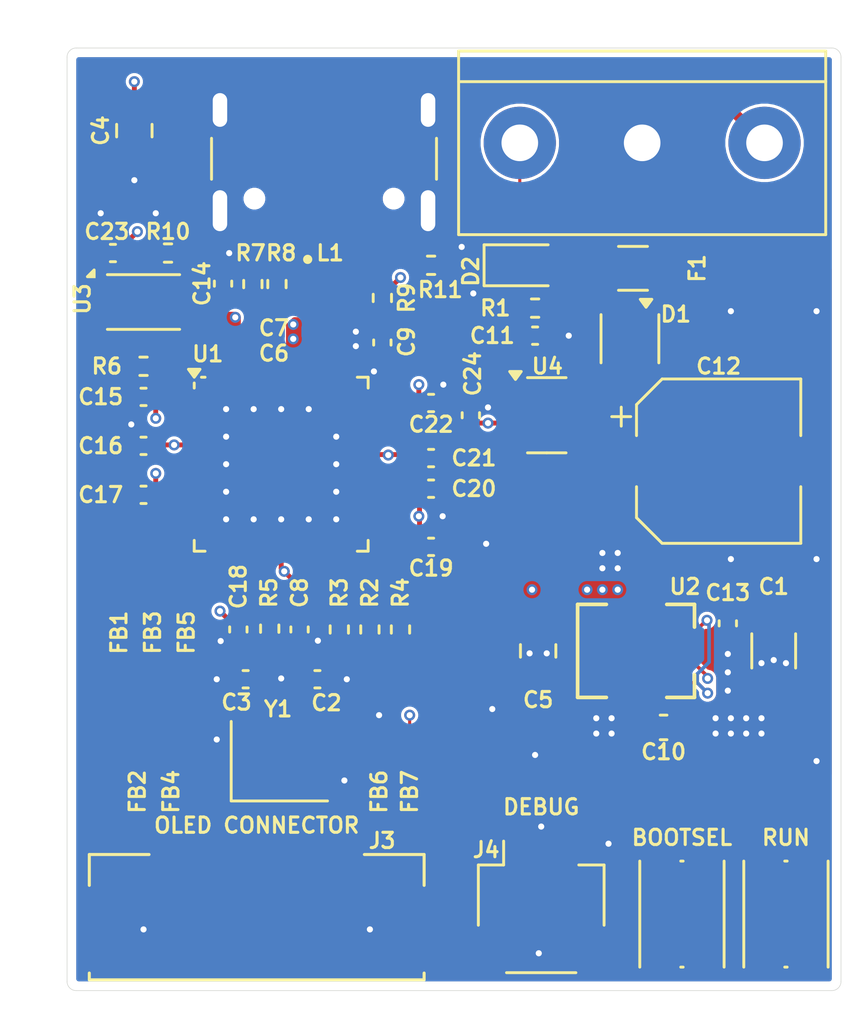
<source format=kicad_pcb>
(kicad_pcb (version 20241229) (generator "pcbnew") (generator_version "9.0")
  (title_block (title "RP2350A QFN-60 Minimal Design Example") (date "2024-07-04") (rev "REV3") (company "Raspberry Pi Ltd"))
  (layers (0 "F.Cu" signal) (4 "In1.Cu" signal) (6 "In2.Cu" signal) (2 "B.Cu" signal) (13 "F.Paste" user) (15 "B.Paste" user) (5 "F.SilkS" user "F.Silkscreen") (7 "B.SilkS" user "B.Silkscreen") (1 "F.Mask" user) (3 "B.Mask" user) (25 "Edge.Cuts" user))
  (net 0 "")
  (net 1 "GND")
  (net 2 "VBUS")
  (net 3 "XIN")
  (net 4 "Net-(U1-VREG_AVDD)")
  (net 5 "+3V3")
  (net 6 "+1V1")
  (net 7 "Net-(U1-VREG_LX)")
  (net 8 "XOUT")
  (net 9 "RUN")
  (net 10 "Net-(R6-Pad2)")
  (net 11 "Net-(U1-USB_DP)")
  (net 12 "Net-(U1-USB_DM)")
  (net 31 "Net-(C2-Pad1)")
  (net 33 "Net-(J4-Pin_3)")
  (net 35 "Net-(U2-RT)")
  (net 36 "Net-(D1-K)")
  (net 37 "+12V")
  (net 42 "Net-(C11-Pad1)")
  (net 43 "CANH")
  (net 44 "/3F_GND")
  (net 45 "/3F_SCK")
  (net 46 "/3F_MOSI")
  (net 47 "/3F_OLED_DC")
  (net 48 "/3F_OLED_RST")
  (net 49 "/3F_CS_OLED")
  (net 50 "OLED_SCK")
  (net 51 "OLED_TX")
  (net 52 "OLED_DC")
  (net 53 "OLED_RST")
  (net 54 "OLED_CS")
  (net 55 "GMLAN_CAN_TX")
  (net 56 "GMLAN_CAN_RX")
  (net 61 "Net-(J4-Pin_1)")
  (net 62 "Net-(R4-Pad2)")
  (net 63 "/3F_3V3")
  (net 65 "Net-(J1-CC2)")
  (net 66 "USB_D-")
  (net 68 "Net-(J1-CC1)")
  (net 69 "USB_D+")
  (net 70 "QSPI_SS")
  (net 71 "SWD")
  (net 72 "SWCLK")
  (net 73 "QSPI_SD3")
  (net 74 "QSPI_SD2")
  (net 75 "QSPI_SD0")
  (net 76 "QSPI_SD1")
  (net 77 "QSPI_SCLK")
  (net 79 "Net-(D1-A-Pad1)")
  (footprint "Capacitor_SMD:C_0805_2012Metric" (layer "F.Cu") (at 110.744 107.823 -90)
    (property "Reference" "C5")
    (property "Value" "10uF")
  )
  (footprint "Connector_USB:USB_C_Receptacle_GCT_USB4105-xx-A_16P_TopMnt_Horizontal" (layer "F.Cu") (at 101.854 86.451 180)
    (property "Reference" "J1" (hide yes))
    (property "Value" "USB_C_Receptacle_USB2.0_16P" (hide yes))
  )
  (footprint "Capacitor_SMD:C_0402_1005Metric" (layer "F.Cu") (at 94.361 101.346 180)
    (property "Reference" "C17")
    (property "Value" "100nF")
  )
  (footprint "Capacitor_SMD:C_0402_1005Metric" (layer "F.Cu") (at 93.091 91.313 180)
    (property "Reference" "C23")
    (property "Value" "100nF")
  )
  (footprint "RP2350_60QFN_minimal:QFN-FCMOD_TI_11B" (layer "F.Cu") (at 114.808 107.823 -90)
    (property "Reference" "U2")
    (property "Value" "TLVM365R15RDNR")
  )
  (footprint "Package_SON:Winbond_USON-8-1EP_3x2mm_P0.5mm_EP0.2x1.6mm" (layer "F.Cu") (at 94.361 93.345)
    (property "Reference" "U3")
    (property "Value" "W25Q32RVXHJQ")
  )
  (footprint "Capacitor_SMD:C_0402_1005Metric" (layer "F.Cu") (at 97.663 92.583 90)
    (property "Reference" "C14")
    (property "Value" "100nF")
  )
  (footprint "Capacitor_SMD:C_0402_1005Metric" (layer "F.Cu") (at 106.299 101.092)
    (property "Reference" "C20")
    (property "Value" "100nF")
  )
  (footprint "Capacitor_SMD:C_0402_1005Metric" (layer "F.Cu") (at 106.299 103.505)
    (property "Reference" "C19")
    (property "Value" "100nF")
  )
  (footprint "Resistor_SMD:R_0402_1005Metric" (layer "F.Cu") (at 98.9 92.6 -90)
    (property "Reference" "R7")
    (property "Value" "27R")
  )
  (footprint "Capacitor_SMD:C_1206_3216Metric" (layer "F.Cu") (at 120.523 107.823 -90)
    (property "Reference" "C1")
    (property "Value" "2.2µF")
  )
  (footprint "Capacitor_SMD:C_0402_1005Metric" (layer "F.Cu") (at 94.361 97.282 180)
    (property "Reference" "C15")
    (property "Value" "100nF")
  )
  (footprint "Resistor_SMD:R_0402_1005Metric" (layer "F.Cu") (at 99.9 92.6 -90)
    (property "Reference" "R8")
    (property "Value" "27R")
  )
  (footprint "Capacitor_SMD:C_0402_1005Metric" (layer "F.Cu") (at 106.299 97.536)
    (property "Reference" "C22")
    (property "Value" "100nF")
  )
  (footprint "Capacitor_SMD:C_0805_2012Metric" (layer "F.Cu") (at 93.98 86.233 -90)
    (property "Reference" "C4")
    (property "Value" "10uF")
  )
  (footprint "RP2350_60QFN_minimal:C_0402_1005Metric_small_pads" (layer "F.Cu") (at 102.076 94.526)
    (property "Reference" "C7")
    (property "Value" "4.7uF")
  )
  (footprint "Capacitor_SMD:C_0402_1005Metric" (layer "F.Cu") (at 107.95 98.044 90)
    (property "Reference" "C24")
    (property "Value" "100nF")
  )
  (footprint "RP2350_60QFN_minimal:L_pol_2016" (layer "F.Cu") (at 102.076 92.876)
    (property "Reference" "L1")
    (property "Value" "3.3u")
  )
  (footprint "Capacitor_SMD:C_0402_1005Metric" (layer "F.Cu") (at 104.276 95.026 -90)
    (property "Reference" "C9")
    (property "Value" "4.7uF")
  )
  (footprint "RP2350_60QFN_minimal:CON_532610771_MOD" (layer "F.Cu") (at 99.06 118.8812)
    (property "Reference" "J3")
    (property "Value" "PicoBlade F 1x7" (hide yes))
  )
  (footprint "Resistor_SMD:R_0402_1005Metric" (layer "F.Cu") (at 103.759 106.934 90)
    (property "Reference" "R2")
    (property "Value" "100R")
  )
  (footprint "Resistor_SMD:R_0402_1005Metric" (layer "F.Cu") (at 105.029 106.934 -90)
    (property "Reference" "R4")
    (property "Value" "1K")
  )
  (footprint "Package_SON:HUSON-3-1EP_2x2mm_P1.3mm_EP1.1x1.6mm" (layer "F.Cu") (at 114.554 94.869 -90)
    (property "Reference" "D1")
    (property "Value" "PMEG4010CPA,115")
  )
  (footprint "Fuse:Fuse_1206_3216Metric" (layer "F.Cu") (at 114.681 91.948 180)
    (property "Reference" "F1")
    (property "Value" "Polyfuse")
  )
  (footprint "Button_Switch_SMD:SW_Push_1P1T_NO_Vertical_Wuerth_434133025816" (layer "F.Cu") (at 116.713 118.745 -90)
    (property "Reference" "SW1" (hide yes))
    (property "Value" "SW_Push")
  )
  (footprint "Inductor_SMD:L_0402_1005Metric" (layer "F.Cu") (at 94.742 108.943 90)
    (property "Reference" "FB3")
    (property "Value" "120X")
  )
  (footprint "Package_TO_SOT_SMD:TSOT-23-8" (layer "F.Cu") (at 111.101999 98.044)
    (property "Reference" "U4")
    (property "Value" "TCAN332")
  )
  (footprint "Connector_JST:JST_SH_SM03B-SRSS-TB_1x03-1MP_P1.00mm_Horizontal" (layer "F.Cu") (at 110.871 118.491)
    (property "Reference" "J4")
    (property "Value" "SM03B-SRSS-TB")
  )
  (footprint "Resistor_SMD:R_0402_1005Metric" (layer "F.Cu") (at 104.276 93.176 -90)
    (property "Reference" "R9")
    (property "Value" "33R")
  )
  (footprint "Inductor_SMD:L_0402_1005Metric" (layer "F.Cu") (at 93.345 108.966 90)
    (property "Reference" "FB1")
    (property "Value" "120X")
  )
  (footprint "Crystal:Crystal_SMD_3225-4Pin_3.2x2.5mm" (layer "F.Cu") (at 100 112.4)
    (property "Reference" "Y1")
    (property "Value" "ABM8-272-T3")
  )
  (footprint "Inductor_SMD:L_0402_1005Metric" (layer "F.Cu") (at 104.14 111.76 90)
    (property "Reference" "FB6")
    (property "Value" "120X")
  )
  (footprint "Resistor_SMD:R_0402_1005Metric" (layer "F.Cu") (at 99.6 106.9 -90)
    (property "Reference" "R5")
    (property "Value" "1K")
  )
  (footprint "Resistor_SMD:R_0402_1005Metric" (layer "F.Cu") (at 102.489 106.934 -90)
    (property "Reference" "R3")
    (property "Value" "100R")
  )
  (footprint "Resistor_SMD:R_0402_1005Metric" (layer "F.Cu") (at 110.617 93.599)
    (property "Reference" "R1")
    (property "Value" "100R")
  )
  (footprint "Capacitor_SMD:C_0402_1005Metric" (layer "F.Cu") (at 100.838 106.934 -90)
    (property "Reference" "C8")
    (property "Value" "4.7uF")
  )
  (footprint "Capacitor_SMD:C_0603_1608Metric" (layer "F.Cu") (at 115.951 110.998 180)
    (property "Reference" "C10")
    (property "Value" "1µF")
  )
  (footprint "RP2350_60QFN_minimal:TerminalBlock_3P" (layer "F.Cu") (at 120.142 86.741 180)
    (property "Reference" "J2" (hide yes))
    (property "Value" "Screw_Terminal_01x03")
  )
  (footprint "Capacitor_SMD:C_0402_1005Metric" (layer "F.Cu") (at 98.6 109 180)
    (property "Reference" "C3")
    (property "Value" "10pF")
  )
  (footprint "Capacitor_SMD:C_0402_1005Metric" (layer "F.Cu") (at 118.618 106.68 -90)
    (property "Reference" "C13")
    (property "Value" "100nF")
  )
  (footprint "Capacitor_SMD:C_0402_1005Metric" (layer "F.Cu") (at 110.617 94.742)
    (property "Reference" "C11")
    (property "Value" "560pf")
  )
  (footprint "Package_DFN_QFN:QFN-60-1EP_7x7mm_P0.4mm_EP3.4x3.4mm" (layer "F.Cu") (at 100.076 100.076)
    (property "Reference" "U1")
    (property "Value" "RP2350_60QFN")
  )
  (footprint "Capacitor_SMD:C_0402_1005Metric" (layer "F.Cu") (at 94.361 99.314 180)
    (property "Reference" "C16")
    (property "Value" "100nF")
  )
  (footprint "Resistor_SMD:R_0402_1005Metric" (layer "F.Cu") (at 94.361 96.012 180)
    (property "Reference" "R6")
    (property "Value" "1K")
  )
  (footprint "Capacitor_SMD:C_0402_1005Metric" (layer "F.Cu") (at 98.298 106.934 -90)
    (property "Reference" "C18")
    (property "Value" "100nF")
  )
  (footprint "Diode_SMD:D_SOD-323" (layer "F.Cu") (at 110.109 91.821)
    (property "Reference" "D2")
    (property "Value" "DESD1LIN2WSQ-7")
  )
  (footprint "RP2350_60QFN_minimal:C_0402_1005Metric_small_pads" (layer "F.Cu") (at 102.076 95.476)
    (property "Reference" "C6")
    (property "Value" "4.7uF")
  )
  (footprint "Button_Switch_SMD:SW_Push_1P1T_NO_Vertical_Wuerth_434133025816" (layer "F.Cu") (at 121.031 118.745 -90)
    (property "Reference" "SW2" (hide yes))
    (property "Value" "SW_Push")
  )
  (footprint "Resistor_SMD:R_0402_1005Metric" (layer "F.Cu") (at 95.377 91.313 180)
    (property "Reference" "R10")
    (property "Value" "5K1")
  )
  (footprint "Capacitor_SMD:C_0402_1005Metric" (layer "F.Cu") (at 106.299 99.822)
    (property "Reference" "C21")
    (property "Value" "100nF")
  )
  (footprint "Inductor_SMD:L_0402_1005Metric" (layer "F.Cu") (at 94.107 111.76 90)
    (property "Reference" "FB2")
    (property "Value" "120X")
  )
  (footprint "Capacitor_SMD:CP_Elec_6.3x7.7" (layer "F.Cu") (at 118.237 99.949)
    (property "Reference" "C12")
    (property "Value" "100uF")
  )
  (footprint "Resistor_SMD:R_0402_1005Metric" (layer "F.Cu") (at 106.299 91.821)
    (property "Reference" "R11")
    (property "Value" "5K1")
  )
  (footprint "Inductor_SMD:L_0402_1005Metric" (layer "F.Cu") (at 96.139 108.966 90)
    (property "Reference" "FB5")
    (property "Value" "120X")
  )
  (footprint "Inductor_SMD:L_0402_1005Metric" (layer "F.Cu") (at 105.41 111.76 90)
    (property "Reference" "FB7")
    (property "Value" "120X")
  )
  (footprint "Inductor_SMD:L_0402_1005Metric" (layer "F.Cu") (at 95.504 111.76 90)
    (property "Reference" "FB4")
    (property "Value" "120X")
  )
  (footprint "Capacitor_SMD:C_0402_1005Metric" (layer "F.Cu") (at 101.58 109)
    (property "Reference" "C2")
    (property "Value" "10pF")
  )
  (gr_line (start 122.936 121.92) (end 91.567 121.92) (stroke (width 0.0254)) (layer "Edge.Cuts"))
  (gr_line (start 123.317 83.185) (end 123.317 121.539) (stroke (width 0.0254)) (layer "Edge.Cuts"))
  (gr_line (start 91.567 82.804) (end 122.936 82.804) (stroke (width 0.0254)) (layer "Edge.Cuts"))
  (gr_line (start 91.186 121.539) (end 91.186 83.185) (stroke (width 0.0254)) (layer "Edge.Cuts"))
  (gr_arc (start 91.567 121.92) (mid 91.297592 121.808408) (end 91.186 121.539) (stroke (width 0.0254)) (layer "Edge.Cuts"))
  (gr_arc (start 123.317 121.539) (mid 123.205408 121.808408) (end 122.936 121.92) (stroke (width 0.0254)) (layer "Edge.Cuts"))
  (gr_arc (start 91.186 83.185) (mid 91.297592 82.915592) (end 91.567 82.804) (stroke (width 0.0254)) (layer "Edge.Cuts"))
  (gr_arc (start 122.936 82.804) (mid 123.205408 82.915592) (end 123.317 83.185) (stroke (width 0.0254)) (layer "Edge.Cuts"))
  (gr_text "BOOTSEL" (at 116.713 115.57 0) (layer "F.SilkS") (effects (font (size 0.635 0.635) (thickness 0.127) (bold yes))))
  (gr_text "OLED CONNECTOR" (at 99.06 115.062 0) (layer "F.SilkS") (effects (font (size 0.635 0.635) (thickness 0.127) (bold yes))))
  (gr_text "RUN" (at 121.031 115.57 0) (layer "F.SilkS") (effects (font (size 0.635 0.635) (thickness 0.127) (bold yes))))
  (gr_text "DEBUG" (at 110.871 114.3 0) (layer "F.SilkS") (effects (font (size 0.635 0.635) (thickness 0.127) (bold yes))))
  (segment (start 102.476 95.591) (end 102.591 95.476) (width 0.2032) (layer "F.Cu") (net 1))
  (segment (start 114.7572 104.394) (end 114.046 104.394) (width 0.2032) (layer "F.Cu") (net 1))
  (segment (start 108.6612 97.719) (end 108.105 97.719) (width 0.2032) (layer "F.Cu") (net 1))
  (segment (start 106.779 99.822) (end 106.779 101.092) (width 0.2032) (layer "F.Cu") (net 1))
  (segment (start 103.176 95.176) (end 103.176 94.576) (width 0.2032) (layer "F.Cu") (net 1))
  (segment (start 119.077 109.298) (end 118.618 108.839) (width 0.2032) (layer "F.Cu") (net 1))
  (segment (start 110.6932 120.3706) (end 110.6886 120.366) (width 0.2032) (layer "F.Cu") (net 1))
  (segment (start 93.853 98.425) (end 93.853 97.31) (width 0.2032) (layer "F.Cu") (net 1))
  (segment (start 115.075937 110.897937) (end 115.075937 107.859087) (width 0.2032) (layer "F.Cu") (net 1))
  (segment (start 98.12 109) (end 97.4 109) (width 0.2) (layer "F.Cu") (net 1))
  (segment (start 120.523 109.298) (end 119.077 109.298) (width 0.2032) (layer "F.Cu") (net 1))
  (segment (start 112.395 107.823) (end 111.445 108.773) (width 0.2032) (layer "F.Cu") (net 1))
  (segment (start 102.641 94.576) (end 102.591 94.526) (width 0.2032) (layer "F.Cu") (net 1))
  (segment (start 106.779 97.536) (end 106.779 96.802) (width 0.2032) (layer "F.Cu") (net 1))
  (segment (start 115.062 86.741) (end 120.937 92.616) (width 0.4064) (layer "F.Cu") (net 1))
  (segment (start 102.8 109) (end 102.08 109) (width 0.15) (layer "F.Cu") (net 1))
  (segment (start 111.577 98.369) (end 112.239499 98.369) (width 0.2032) (layer "F.Cu") (net 1))
  (segment (start 110.7694 120.3706) (end 110.774 120.366) (width 0.2032) (layer "F.Cu") (net 1))
  (segment (start 97.663 92.103) (end 97.663 91.5706) (width 0.2032) (layer "F.Cu") (net 1))
  (segment (start 105.054 90.131) (end 106.174 90.131) (width 0.2032) (layer "F.Cu") (net 1))
  (segment (start 115.075937 107.859087) (end 115.075937 104.712737) (width 0.2032) (layer "F.Cu") (net 1))
  (segment (start 98.654 90.131) (end 97.536 90.131) (width 0.2032) (layer "F.Cu") (net 1))
  (segment (start 105.36 119.371999) (end 103.767001 119.371999) (width 0.2032) (layer "F.Cu") (net 1))
  (segment (start 101.6 107.4) (end 100.852 107.4) (width 0.2032) (layer "F.Cu") (net 1))
  (segment (start 94.867 89.791) (end 94.867 91.313) (width 0.2032) (layer "F.Cu") (net 1))
  (segment (start 103.767001 119.371999) (end 103.759 119.38) (width 0.2032) (layer "F.Cu") (net 1))
  (segment (start 109.964499 97.719) (end 110.927 97.719) (width 0.2032) (layer "F.Cu") (net 1))
  (segment (start 107.569 91.061) (end 106.809 91.821) (width 0.2032) (layer "F.Cu") (net 1))
  (segment (start 102.591 95.476) (end 102.876 95.476) (width 0.2032) (layer "F.Cu") (net 1))
  (segment (start 94.869 89.662) (end 94.869 89.789) (width 0.2032) (layer "F.Cu") (net 1))
  (segment (start 110.774 120.366) (end 113.171 120.366) (width 0.2032) (layer "F.Cu") (net 1))
  (segment (start 116.4147 107.823) (end 115.03985 107.823) (width 0.2032) (layer "F.Cu") (net 1))
  (segment (start 110.871 116.491) (end 110.871 115.1128) (width 0.2032) (layer "F.Cu") (net 1))
  (segment (start 120.937 92.616) (end 120.937 99.949) (width 0.4064) (layer "F.Cu") (net 1))
  (segment (start 97.564 107.414) (end 98.298 107.414) (width 0.2032) (layer "F.Cu") (net 1))
  (segment (start 110.7694 120.3706) (end 110.6932 120.3706) (width 0.2032) (layer "F.Cu") (net 1))
  (segment (start 108.0516 92.9894) (end 109.059 91.982) (width 0.2032) (layer "F.Cu") (net 1))
  (segment (start 117.788 120.82) (end 117.788 116.67) (width 0.2032) (layer "F.Cu") (net 1))
  (segment (start 97.536 90.131) (end 97.536 89.558) (width 0.2032) (layer "F.Cu") (net 1))
  (segment (start 103.176 94.576) (end 102.641 94.576) (width 0.2032) (layer "F.Cu") (net 1))
  (segment (start 97.536 89.558) (end 97.534 89.556) (width 0.2032) (layer "F.Cu") (net 1))
  (segment (start 110.927 97.719) (end 111.577 98.369) (width 0.2032) (layer "F.Cu") (net 1))
  (segment (start 120.937 99.949) (end 121.92 100.932) (width 0.4064) (layer "F.Cu") (net 1))
  (segment (start 106.174 90.131) (end 106.174 89.556) (width 0.2032) (layer "F.Cu") (net 1))
  (segment (start 106.779 102.235) (end 106.779 103.505) (width 0.2032) (layer "F.Cu") (net 1))
  (segment (start 104.276 95.506) (end 104.276 95.876) (width 0.4) (layer "F.Cu") (net 1))
  (segment (start 111.445 108.773) (end 110.744 108.773) (width 0.2032) (layer "F.Cu") (net 1))
  (segment (start 102.876 95.476) (end 103.176 95.176) (width 0.2032) (layer "F.Cu") (net 1))
  (segment (start 118.618 108.839) (end 118.618 107.16) (width 0.2032) (layer "F.Cu") (net 1))
  (segment (start 107.569 91.059) (end 107.569 91.061) (width 0.2032) (layer "F.Cu") (net 1))
  (segment (start 93.853 98.425) (end 93.853 99.286) (width 0.2032) (layer "F.Cu") (net 1))
  (segment (start 92.583 89.662) (end 92.611 89.69) (width 0.2032) (layer "F.Cu") (net 1))
  (segment (start 110.6886 120.366) (end 108.571 120.366) (width 0.2032) (layer "F.Cu") (net 1))
  (segment (start 93.7768 91.9988) (end 93.2968 91.9988) (width 0.2032) (layer "F.Cu") (net 1))
  (segment (start 108.105 97.719) (end 107.95 97.564) (width 0.2032) (layer "F.Cu") (net 1))
  (segment (start 106.779 101.092) (end 106.779 102.235) (width 0.2032) (layer "F.Cu") (net 1))
  (segment (start 94.361 92.583) (end 93.7768 91.9988) (width 0.2032) (layer "F.Cu") (net 1))
  (segment (start 93.853 99.286) (end 93.881 99.314) (width 0.2032) (layer "F.Cu") (net 1))
  (segment (start 117.788 116.67) (end 117.788 115.824) (width 0.2032) (layer "F.Cu") (net 1))
  (segment (start 121.461 109.298) (end 120.523 109.298) (width 0.4064) (layer "F.Cu") (net 1))
  (segment (start 94.869 89.789) (end 94.867 89.791) (width 0.2032) (layer "F.Cu") (net 1))
  (segment (start 93.2968 91.9988) (end 92.611 91.313) (width 0.2032) (layer "F.Cu") (net 1))
  (segment (start 121.92 108.839) (end 121.461 109.298) (width 0.4064) (layer "F.Cu") (net 1))
  (segment (start 119.956 115.9936) (end 119.7864 115.824) (width 0.2032) (layer "F.Cu") (net 1))
  (segment (start 94.352999 119.371999) (end 94.361 119.38) (width 0.2032) (layer "F.Cu") (net 1))
  (segment (start 94.361 94.095) (end 94.361 92.583) (width 0.2032) (layer "F.Cu") (net 1))
  (segment (start 117.86185 107.16) (end 118.618 107.16) (width 0.2032) (layer "F.Cu") (net 1))
  (segment (start 117.788 115.824) (end 113.665 115.824) (width 0.2032) (layer "F.Cu") (net 1))
  (segment (start 115.176 110.998) (end 115.075937 110.897937) (width 0.2032) (layer "F.Cu") (net 1))
  (segment (start 115.03985 107.823) (end 112.395 107.823) (width 0.2032) (layer "F.Cu") (net 1))
  (segment (start 109.059 91.982) (end 109.059 91.821) (width 0.2032) (layer "F.Cu") (net 1))
  (segment (start 93.881 99.314) (end 93.881 101.346) (width 0.2032) (layer "F.Cu") (net 1))
  (segment (start 119.956 120.795) (end 119.956 116.67) (width 0.2032) (layer "F.Cu") (net 1))
  (segment (start 104.14 111.275) (end 104.14 110.49) (width 0.127) (layer "F.Cu") (net 1))
  (segment (start 116.4147 107.823) (end 117.19885 107.823) (width 0.2032) (layer "F.Cu") (net 1))
  (segment (start 92.8852 94.095) (end 94.361 94.095) (width 0.2032) (layer "F.Cu") (net 1))
  (segment (start 115.075937 107.859087) (end 115.03985 107.823) (width 0.2032) (layer "F.Cu") (net 1))
  (segment (start 119.7864 115.824) (end 117.788 115.824) (width 0.2032) (layer "F.Cu") (net 1))
  (segment (start 92.611 89.69) (end 92.611 91.313) (width 0.2032) (layer "F.Cu") (net 1))
  (segment (start 117.19885 107.823) (end 117.86185 107.16) (width 0.2032) (layer "F.Cu") (net 1))
  (segment (start 100.852 107.4) (end 100.838 107.414) (width 0.2032) (layer "F.Cu") (net 1))
  (segment (start 104.276 95.876) (end 103.926 96.226) (width 0.4) (layer "F.Cu") (net 1))
  (segment (start 109.964499 97.719) (end 108.6612 97.719) (width 0.2032) (layer "F.Cu") (net 1))
  (segment (start 106.779 96.802) (end 106.807 96.774) (width 0.2032) (layer "F.Cu") (net 1))
  (segment (start 102.476 96.626) (end 102.476 95.591) (width 0.2032) (layer "F.Cu") (net 1))
  (segment (start 111.097 94.742) (end 112.014 94.742) (width 0.2032) (layer "F.Cu") (net 1))
  (segment (start 93.98 87.183) (end 93.98 88.2904) (width 0.2032) (layer "F.Cu") (net 1))
  (segment (start 119.956 116.67) (end 119.956 115.9936) (width 0.2032) (layer "F.Cu") (net 1))
  (segment (start 121.92 100.932) (end 121.92 108.839) (width 0.4064) (layer "F.Cu") (net 1))
  (segment (start 93.853 97.31) (end 93.881 97.282) (width 0.2032) (layer "F.Cu") (net 1))
  (segment (start 92.76 119.371999) (end 94.352999 119.371999) (width 0.2032) (layer "F.Cu") (net 1))
  (segment (start 97.663 91.5706) (end 97.917 91.3166) (width 0.2032) (layer "F.Cu") (net 1))
  (segment (start 115.075937 104.712737) (end 114.7572 104.394) (width 0.2032) (layer "F.Cu") (net 1))
  (via (at 97.4 111.5) (size 0.4572) (drill 0.254) (layers "F.Cu" "B.Cu") (net 1))
  (via (at 97.79 101.219) (size 0.4572) (drill 0.254) (layers "F.Cu" "B.Cu") (net 1))
  (via (at 103.176 95.176) (size 0.4572) (drill 0.254) (layers "F.Cu" "B.Cu") (net 1))
  (via (at 97.917 91.3166) (size 0.4572) (drill 0.254) (layers "F.Cu" "B.Cu") (net 1))
  (via (at 113.665 115.824) (size 0.4572) (drill 0.254) (layers "F.Cu" "B.Cu") (net 1))
  (via (at 106.807 96.774) (size 0.4572) (drill 0.254) (layers "F.Cu" "B.Cu") (net 1))
  (via (at 102.362 100.076) (size 0.4572) (drill 0.254) (layers "F.Cu" "B.Cu") (net 1))
  (via (at 97.564 107.414) (size 0.4572) (drill 0.254) (layers "F.Cu" "B.Cu") (net 1))
  (via (at 103.759 119.38) (size 0.4572) (drill 0.254) (layers "F.Cu" "B.Cu") (net 1))
  (via (at 118.11 110.617) (size 0.4572) (drill 0.254) (layers "F.Cu" "B.Cu") (net 1))
  (via (at 118.745 111.252) (size 0.4572) (drill 0.254) (layers "F.Cu" "B.Cu") (net 1))
  (via (at 104.14 110.49) (size 0.4572) (drill 0.254) (layers "F.Cu" "B.Cu") (net 1))
  (via (at 110.871 115.1128) (size 0.4572) (drill 0.254) (layers "F.Cu" "B.Cu") (net 1))
  (via (at 98.933 102.362) (size 0.4572) (drill 0.254) (layers "F.Cu" "B.Cu") (net 1))
  (via (at 114.046 104.394) (size 0.4572) (drill 0.254) (layers "F.Cu" "B.Cu") (net 1))
  (via (at 118.618 109.474) (size 0.4572) (drill 0.254) (layers "F.Cu" "B.Cu") (net 1))
  (via (at 108.6612 97.719) (size 0.4572) (drill 0.254) (layers "F.Cu" "B.Cu") (net 1))
  (via (at 118.745 104.013) (size 0.4572) (drill 0.254) (layers "F.Cu" "B.Cu") (net 1))
  (via (at 101.219 97.79) (size 0.4572) (drill 0.254) (layers "F.Cu" "B.Cu") (net 1))
  (via (at 98.933 97.79) (size 0.4572) (drill 0.254) (layers "F.Cu" "B.Cu") (net 1))
  (via (at 108.0516 92.9894) (size 0.4572) (drill 0.254) (layers "F.Cu" "B.Cu") (net 1))
  (via (at 118.745 93.726) (size 0.4572) (drill 0.254) (layers "F.Cu" "B.Cu") (net 1))
  (via (at 110.617 112.141) (size 0.4572) (drill 0.254) (layers "F.Cu" "B.Cu") (net 1))
  (via (at 108.585 103.378) (size 0.4572) (drill 0.254) (layers "F.Cu" "B.Cu") (net 1))
  (via (at 118.745 110.617) (size 0.4572) (drill 0.254) (layers "F.Cu" "B.Cu") (net 1))
  (via (at 113.157 110.617) (size 0.4572) (drill 0.254) (layers "F.Cu" "B.Cu") (net 1))
  (via (at 101.6 107.4) (size 0.4572) (drill 0.254) (layers "F.Cu" "B.Cu") (net 1))
  (via (at 92.583 89.662) (size 0.4572) (drill 0.254) (layers "F.Cu" "B.Cu") (net 1))
  (via (at 120.015 108.331) (size 0.4572) (drill 0.254) (layers "F.Cu" "B.Cu") (net 1))
  (via (at 110.3884 107.9246) (size 0.4572) (drill 0.254) (layers "F.Cu" "B.Cu") (net 1))
  (via (at 94.361 119.38) (size 0.4572) (drill 0.254) (layers "F.Cu" "B.Cu") (net 1))
  (via (at 118.618 108.712) (size 0.4572) (drill 0.254) (layers "F.Cu" "B.Cu") (net 1))
  (via (at 113.157 111.252) (size 0.4572) (drill 0.254) (layers "F.Cu" "B.Cu") (net 1))
  (via (at 110.7694 120.3706) (size 0.4572) (drill 0.254) (layers "F.Cu" "B.Cu") (net 1))
  (via (at 102.362 101.219) (size 0.4572) (drill 0.254) (layers "F.Cu" "B.Cu") (net 1))
  (via (at 93.853 98.425) (size 0.4572) (drill 0.254) (layers "F.Cu" "B.Cu") (net 1))
  (via (at 94.869 89.662) (size 0.4572) (drill 0.254) (layers "F.Cu" "B.Cu") (net 1))
  (via (at 100.076 97.79) (size 0.4572) (drill 0.254) (layers "F.Cu" "B.Cu") (net 1))
  (via (at 122.301 112.395) (size 0.4572) (drill 0.254) (layers "F.Cu" "B.Cu") (net 1))
  (via (at 114.046 103.759) (size 0.4572) (drill 0.254) (layers "F.Cu" "B.Cu") (net 1))
  (via (at 120.015 111.252) (size 0.4572) (drill 0.254) (layers "F.Cu" "B.Cu") (net 1))
  (via (at 97.79 97.79) (size 0.4572) (drill 0.254) (layers "F.Cu" "B.Cu") (net 1))
  (via (at 101.219 102.362) (size 0.4572) (drill 0.254) (layers "F.Cu" "B.Cu") (net 1))
  (via (at 102.8 109) (size 0.4572) (drill 0.254) (layers "F.Cu" "B.Cu") (net 1))
  (via (at 106.779 102.235) (size 0.4572) (drill 0.254) (layers "F.Cu" "B.Cu") (net 1))
  (via (at 103.926 96.226) (size 0.4572) (drill 0.254) (layers "F.Cu" "B.Cu") (net 1))
  (via (at 122.301 93.726) (size 0.4572) (drill 0.254) (layers "F.Cu" "B.Cu") (net 1))
  (via (at 118.11 111.252) (size 0.4572) (drill 0.254) (layers "F.Cu" "B.Cu") (net 1))
  (via (at 111.0996 107.9246) (size 0.4572) (drill 0.254) (layers "F.Cu" "B.Cu") (net 1))
  (via (at 119.38 111.252) (size 0.4572) (drill 0.254) (layers "F.Cu" "B.Cu") (net 1))
  (via (at 119.38 110.617) (size 0.4572) (drill 0.254) (layers "F.Cu" "B.Cu") (net 1))
  (via (at 120.015 110.617) (size 0.4572) (drill 0.254) (layers "F.Cu" "B.Cu") (net 1))
  (via (at 112.014 94.742) (size 0.4572) (drill 0.254) (layers "F.Cu" "B.Cu") (net 1))
  (via (at 97.79 100.076) (size 0.4572) (drill 0.254) (layers "F.Cu" "B.Cu") (net 1))
  (via (at 102.362 98.933) (size 0.4572) (drill 0.254) (layers "F.Cu" "B.Cu") (net 1))
  (via (at 100.076 108.966) (size 0.4572) (drill 0.254) (layers "F.Cu" "B.Cu") (net 1))
  (via (at 102.7 113.2) (size 0.4572) (drill 0.254) (layers "F.Cu" "B.Cu") (net 1))
  (via (at 118.618 107.95) (size 0.4572) (drill 0.254) (layers "F.Cu" "B.Cu") (net 1))
  (via (at 97.79 98.933) (size 0.4572) (drill 0.254) (layers "F.Cu" "B.Cu") (net 1))
  (via (at 100.076 102.362) (size 0.4572) (drill 0.254) (layers "F.Cu" "B.Cu") (net 1))
  (via (at 97.79 102.362) (size 0.4572) (drill 0.254) (layers "F.Cu" "B.Cu") (net 1))
  (via (at 103.176 94.576) (size 0.4572) (drill 0.254) (layers "F.Cu" "B.Cu") (net 1))
  (via (at 102.362 102.362) (size 0.4572) (drill 0.254) (layers "F.Cu" "B.Cu") (net 1))
  (via (at 97.4 109) (size 0.4572) (drill 0.254) (layers "F.Cu" "B.Cu") (net 1))
  (via (at 93.98 88.2904) (size 0.4572) (drill 0.254) (layers "F.Cu" "B.Cu") (net 1))
  (via (at 107.569 91.059) (size 0.4572) (drill 0.254) (layers "F.Cu" "B.Cu") (net 1))
  (via (at 121.031 108.331) (size 0.4572) (drill 0.254) (layers "F.Cu" "B.Cu") (net 1))
  (via (at 113.411 104.394) (size 0.4572) (drill 0.254) (layers "F.Cu" "B.Cu") (net 1))
  (via (at 108.839 110.236) (size 0.4572) (drill 0.254) (layers "F.Cu" "B.Cu") (net 1))
  (via (at 113.792 111.252) (size 0.4572) (drill 0.254) (layers "F.Cu" "B.Cu") (net 1))
  (via (at 113.792 110.617) (size 0.4572) (drill 0.254) (layers "F.Cu" "B.Cu") (net 1))
  (via (at 120.523 108.204) (size 0.4572) (drill 0.254) (layers "F.Cu" "B.Cu") (net 1))
  (via (at 122.301 104.013) (size 0.4572) (drill 0.254) (layers "F.Cu" "B.Cu") (net 1))
  (via (at 113.411 103.759) (size 0.4572) (drill 0.254) (layers "F.Cu" "B.Cu") (net 1))
  (segment (start 110.740508 84.9098) (end 109.223492 84.9098) (width 0.4064) (layer "F.Cu") (net 2))
  (segment (start 113.904 94.069) (end 113.5 94.069) (width 0.4064) (layer "F.Cu") (net 2))
  (segment (start 111.8132 92.3822) (end 111.8132 85.982492) (width 0.4064) (layer "F.Cu") (net 2))
  (segment (start 99.454 89.5728) (end 100.1522 88.8746) (width 0.4064) (layer "F.Cu") (net 2))
  (segment (start 104.708593 88.1634) (end 104.0878 88.784193) (width 0.4064) (layer "F.Cu") (net 2))
  (segment (start 104.254 90.131) (end 104.254 89.522) (width 0.4064) (layer "F.Cu") (net 2))
  (segment (start 109.223492 84.9098) (end 105.969892 88.1634) (width 0.4064) (layer "F.Cu") (net 2))
  (segment (start 104.0878 88.784193) (end 104.0878 88.8746) (width 0.4064) (layer "F.Cu") (net 2))
  (segment (start 104.0878 89.3558) (end 104.0878 88.8746) (width 0.4064) (layer "F.Cu") (net 2))
  (segment (start 105.969892 88.1634) (end 104.708593 88.1634) (width 0.4064) (layer "F.Cu") (net 2))
  (segment (start 111.8132 85.982492) (end 110.740508 84.9098) (width 0.4064) (layer "F.Cu") (net 2))
  (segment (start 99.454 90.131) (end 99.454 89.5728) (width 0.4064) (layer "F.Cu") (net 2))
  (segment (start 113.5 94.069) (end 111.8132 92.3822) (width 0.4064) (layer "F.Cu") (net 2))
  (segment (start 100.1522 88.8746) (end 104.0878 88.8746) (width 0.4064) (layer "F.Cu") (net 2))
  (segment (start 104.254 89.522) (end 104.0878 89.3558) (width 0.4064) (layer "F.Cu") (net 2))
  (segment (start 99.08 106.124518) (end 99.08 109) (width 0.127) (layer "F.Cu") (net 3))
  (segment (start 99.276 103.526) (end 99.276 105.928518) (width 0.127) (layer "F.Cu") (net 3))
  (segment (start 99.08 109.113) (end 99.822 109.855) (width 0.127) (layer "F.Cu") (net 3))
  (segment (start 99.822 112.328) (end 98.9 113.25) (width 0.127) (layer "F.Cu") (net 3))
  (segment (start 99.822 109.855) (end 99.822 112.328) (width 0.127) (layer "F.Cu") (net 3))
  (segment (start 99.08 109) (end 99.08 109.113) (width 0.127) (layer "F.Cu") (net 3))
  (segment (start 99.276 105.928518) (end 99.08 106.124518) (width 0.127) (layer "F.Cu") (net 3))
  (segment (start 103.716 95.636) (end 103.716 95.106) (width 0.15) (layer "F.Cu") (net 4))
  (segment (start 104.276 94.546) (end 104.276 93.686) (width 0.2) (layer "F.Cu") (net 4))
  (segment (start 103.716 95.106) (end 104.276 94.546) (width 0.15) (layer "F.Cu") (net 4))
  (segment (start 102.876 96.476) (end 103.716 95.636) (width 0.15) (layer "F.Cu") (net 4))
  (segment (start 102.876 96.6385) (end 102.876 96.476) (width 0.2) (layer "F.Cu") (net 4))
  (segment (start 100.056194 96.271594) (end 99.676 95.8914) (width 0.2032) (layer "F.Cu") (net 5))
  (segment (start 109.964499 98.369) (end 108.6612 98.369) (width 0.2032) (layer "F.Cu") (net 5))
  (segment (start 108.105 98.369) (end 107.95 98.524) (width 0.2032) (layer "F.Cu") (net 5))
  (segment (start 117.7606 108.8706) (end 117.213126 108.323126) (width 0.15) (layer "F.Cu") (net 5))
  (segment (start 94.869 98.171) (end 94.869 97.31) (width 0.2032) (layer "F.Cu") (net 5))
  (segment (start 94.107 90.424) (end 93.571 90.96) (width 0.2032) (layer "F.Cu") (net 5))
  (segment (start 104.254007 100.076) (end 105.270007 101.092) (width 0.2032) (layer "F.Cu") (net 5))
  (segment (start 113.757812 106.794097) (end 113.804903 106.794097) (width 0.15) (layer "F.Cu") (net 5))
  (segment (start 102.876 103.526) (end 105.798 103.526) (width 0.2032) (layer "F.Cu") (net 5))
  (segment (start 105.270007 101.092) (end 105.819 101.092) (width 0.2032) (layer "F.Cu") (net 5))
  (segment (start 98.876 104.832) (end 98.876 103.526) (width 0.2032) (layer "F.Cu") (net 5))
  (segment (start 93.98 84.201) (end 93.98 85.283) (width 0.2032) (layer "F.Cu") (net 5))
  (segment (start 100.204 97.154) (end 100.3066 97.2566) (width 0.2032) (layer "F.Cu") (net 5))
  (segment (start 97.9043 94.1197) (end 98.0313 94.1197) (width 0.2032) (layer "F.Cu") (net 5))
  (segment (start 105.798 103.526) (end 105.819 103.505) (width 0.2032) (layer "F.Cu") (net 5))
  (segment (start 94.841388 92.595) (end 95.786 92.595) (width 0.2032) (layer "F.Cu") (net 5))
  (segment (start 105.029 92.329) (end 104.692 92.666) (width 0.2032) (layer "F.Cu") (net 5))
  (segment (start 100.076 96.626) (end 100.076 97.026) (width 0.2032) (layer "F.Cu") (net 5))
  (segment (start 105.679 97.676) (end 105.819 97.536) (width 0.2032) (layer "F.Cu") (net 5))
  (segment (start 117.7606 108.9468) (end 117.7606 108.8706) (width 0.15) (layer "F.Cu") (net 5))
  (segment (start 101.867 97.676) (end 101.727 97.536) (width 0.2032) (layer "F.Cu") (net 5))
  (segment (start 104.692 92.666) (end 104.276 92.666) (width 0.2032) (layer "F.Cu") (net 5))
  (segment (start 108.6612 98.369) (end 108.105 98.369) (width 0.2032) (layer "F.Cu") (net 5))
  (segment (start 100.076 96.277188) (end 100.070406 96.271594) (width 0.2032) (layer "F.Cu") (net 5))
  (segment (start 94.869 101.318) (end 94.841 101.346) (width 0.2032) (layer "F.Cu") (net 5))
  (segment (start 94.869 100.457) (end 94.869 101.318) (width 0.2032) (layer "F.Cu") (net 5))
  (segment (start 105.791 97.508) (end 105.819 97.536) (width 0.2032) (layer "F.Cu") (net 5))
  (segment (start 100.3066 97.2566) (end 101.5744 97.2566) (width 0.2032) (layer "F.Cu") (net 5))
  (segment (start 101.676 97.485) (end 101.727 97.536) (width 0.2032) (layer "F.Cu") (net 5))
  (segment (start 101.676 96.626) (end 101.676 97.155) (width 0.2032) (layer "F.Cu") (net 5))
  (segment (start 93.571 90.96) (end 93.571 91.313) (width 0.2032) (layer "F.Cu") (net 5))
  (segment (start 101.676 97.155) (end 101.676 97.485) (width 0.2032) (layer "F.Cu") (net 5))
  (segment (start 103.526 97.676) (end 105.679 97.676) (width 0.2032) (layer "F.Cu") (net 5))
  (segment (start 98.0313 94.1197) (end 98.171 93.98) (width 0.2032) (layer "F.Cu") (net 5))
  (segment (start 97.818 106.454) (end 97.536 106.172) (width 0.2032) (layer "F.Cu") (net 5))
  (segment (start 110.744 106.873) (end 113.678909 106.873) (width 0.15) (layer "F.Cu") (net 5))
  (segment (start 113.678909 106.873) (end 113.757812 106.794097) (width 0.15) (layer "F.Cu") (net 5))
  (segment (start 93.571 91.324612) (end 94.841388 92.595) (width 0.2032) (layer "F.Cu") (net 5))
  (segment (start 97.663 93.8784) (end 97.9043 94.1197) (width 0.2032) (layer "F.Cu") (net 5))
  (segment (start 100.076 96.626) (end 99.676 96.626) (width 0.2032) (layer "F.Cu") (net 5))
  (segment (start 98.298 106.454) (end 98.298 105.41) (width 0.2032) (layer "F.Cu") (net 5))
  (segment (start 100.076 96.626) (end 100.076 96.277188) (width 0.2032) (layer "F.Cu") (net 5))
  (segment (start 97.9043 94.1197) (end 99.676 95.8914) (width 0.2032) (layer "F.Cu") (net 5))
  (segment (start 97.663 93.063) (end 97.663 93.8784) (width 0.2032) (layer "F.Cu") (net 5))
  (segment (start 114.046 106.553) (end 114.046 105.283) (width 0.15) (layer "F.Cu") (net 5))
  (segment (start 99.676 95.8914) (end 99.676 96.626) (width 0.2032) (layer "F.Cu") (net 5))
  (segment (start 94.841 101.346) (end 94.911 101.276) (width 0.2032) (layer "F.Cu") (net 5))
  (segment (start 105.819 103.505) (end 105.819 101.092) (width 0.2032) (layer "F.Cu") (net 5))
  (segment (start 94.847 97.276) (end 94.841 97.282) (width 0.2032) (layer "F.Cu") (net 5))
  (segment (start 105.41 111.275) (end 105.41 110.49) (width 0.127) (layer "F.Cu") (net 5))
  (segment (start 103.526 100.076) (end 104.254007 100.076) (width 0.2032) (layer "F.Cu") (net 5))
  (segment (start 98.298 106.454) (end 97.818 106.454) (width 0.2032) (layer "F.Cu") (net 5))
  (segment (start 117.7798 108.966) (end 117.7606 108.9468) (width 0.15) (layer "F.Cu") (net 5))
  (segment (start 105.791 96.774) (end 105.791 97.508) (width 0.2032) (layer "F.Cu") (net 5))
  (segment (start 100.204 97.154) (end 99.676 96.626) (width 0.2032) (layer "F.Cu") (net 5))
  (segment (start 94.911 101.276) (end 96.626 101.276) (width 0.2032) (layer "F.Cu") (net 5))
  (segment (start 93.571 91.313) (end 93.571 91.324612) (width 0.2032) (layer "F.Cu") (net 5))
  (segment (start 113.804903 106.794097) (end 114.046 106.553) (width 0.15) (layer "F.Cu") (net 5))
  (segment (start 98.298 105.41) (end 98.876 104.832) (width 0.2032) (layer "F.Cu") (net 5))
  (segment (start 96.626 97.276) (end 94.847 97.276) (width 0.2032) (layer "F.Cu") (net 5))
  (segment (start 100.070406 96.271594) (end 100.056194 96.271594) (width 0.2032) (layer "F.Cu") (net 5))
  (segment (start 103.526 97.276) (end 103.526 97.676) (width 0.2032) (layer "F.Cu") (net 5))
  (segment (start 100.076 97.026) (end 100.204 97.154) (width 0.2032) (layer "F.Cu") (net 5))
  (segment (start 117.213126 108.323126) (end 116.783 108.323126) (width 0.15) (layer "F.Cu") (net 5))
  (segment (start 103.526 97.676) (end 101.867 97.676) (width 0.2032) (layer "F.Cu") (net 5))
  (segment (start 101.5744 97.2566) (end 101.676 97.155) (width 0.2032) (layer "F.Cu") (net 5))
  (segment (start 94.869 97.31) (end 94.841 97.282) (width 0.2032) (layer "F.Cu") (net 5))
  (via (at 105.029 92.329) (size 0.4572) (drill 0.254) (layers "F.Cu" "B.Cu") (net 5))
  (via (at 110.49 105.283) (size 0.4572) (drill 0.254) (layers "F.Cu" "B.Cu") (net 5))
  (via (at 93.98 84.201) (size 0.4572) (drill 0.254) (layers "F.Cu" "B.Cu") (net 5))
  (via (at 117.7798 108.966) (size 0.4572) (drill 0.254) (layers "F.Cu" "B.Cu") (net 5))
  (via (at 105.791 102.235) (size 0.4572) (drill 0.254) (layers "F.Cu" "B.Cu") (net 5))
  (via (at 94.869 98.171) (size 0.4572) (drill 0.254) (layers "F.Cu" "B.Cu") (net 5))
  (via (at 94.869 100.457) (size 0.4572) (drill 0.254) (layers "F.Cu" "B.Cu") (net 5))
  (via (at 97.536 106.172) (size 0.4572) (drill 0.254) (layers "F.Cu" "B.Cu") (net 5))
  (via (at 94.107 90.424) (size 0.4572) (drill 0.254) (layers "F.Cu" "B.Cu") (net 5))
  (via (at 108.6612 98.369) (size 0.4572) (drill 0.254) (layers "F.Cu" "B.Cu") (net 5))
  (via (at 105.41 110.49) (size 0.4572) (drill 0.254) (layers "F.Cu" "B.Cu") (net 5))
  (via (at 98.171 93.98) (size 0.4572) (drill 0.254) (layers "F.Cu" "B.Cu") (net 5))
  (via (at 112.776 105.283) (size 0.4572) (drill 0.254) (layers "F.Cu" "B.Cu") (net 5))
  (via (at 105.791 96.774) (size 0.4572) (drill 0.254) (layers "F.Cu" "B.Cu") (net 5))
  (via (at 113.411 105.283) (size 0.4572) (drill 0.254) (layers "F.Cu" "B.Cu") (net 5))
  (via (at 114.046 105.283) (size 0.4572) (drill 0.254) (layers "F.Cu" "B.Cu") (net 5))
  (segment (start 100.838 106.454) (end 100.838 105.156) (width 0.2032) (layer "F.Cu") (net 6))
  (segment (start 94.879 99.276) (end 94.841 99.314) (width 0.2032) (layer "F.Cu") (net 6))
  (segment (start 101.276 96.626) (end 101.276 96.057812) (width 0.2032) (layer "F.Cu") (net 6))
  (segment (start 100.576 94.876) (end 100.576 94.276) (width 0.2032) (layer "F.Cu") (net 6))
  (segment (start 101.561 94.526) (end 101.561 93.061) (width 0.2032) (layer "F.Cu") (net 6))
  (segment (start 101.561 93.061) (end 101.376 92.876) (width 0.2032) (layer "F.Cu") (net 6))
  (segment (start 105.673 99.676) (end 105.819 99.822) (width 0.2032) (layer "F.Cu") (net 6))
  (segment (start 100.838 105.156) (end 100.203 104.521) (width 0.2032) (layer "F.Cu") (net 6))
  (segment (start 100.826 94.526) (end 100.576 94.276) (width 0.2032) (layer "F.Cu") (net 6))
  (segment (start 100.076 104.394) (end 100.076 103.526) (width 0.2032) (layer "F.Cu") (net 6))
  (segment (start 101.276 96.057812) (end 100.576 95.357812) (width 0.2032) (layer "F.Cu") (net 6))
  (segment (start 101.561 94.526) (end 100.826 94.526) (width 0.2032) (layer "F.Cu") (net 6))
  (segment (start 100.203 104.521) (end 100.076 104.394) (width 0.2032) (layer "F.Cu") (net 6))
  (segment (start 96.626 99.276) (end 94.879 99.276) (width 0.2032) (layer "F.Cu") (net 6))
  (segment (start 100.576 95.357812) (end 100.576 94.876) (width 0.2032) (layer "F.Cu") (net 6))
  (segment (start 103.526 99.676) (end 105.673 99.676) (width 0.2032) (layer "F.Cu") (net 6))
  (via (at 100.203 104.521) (size 0.4572) (drill 0.254) (layers "F.Cu" "B.Cu") (net 6))
  (via (at 100.576 94.276) (size 0.4572) (drill 0.254) (layers "F.Cu" "B.Cu") (net 6))
  (via (at 95.631 99.276) (size 0.4572) (drill 0.254) (layers "F.Cu" "B.Cu") (net 6))
  (via (at 100.576 94.876) (size 0.4572) (drill 0.254) (layers "F.Cu" "B.Cu") (net 6))
  (via (at 104.521 99.695) (size 0.4572) (drill 0.254) (layers "F.Cu" "B.Cu") (net 6))
  (segment (start 102.076 94.0374) (end 102.076 96.626) (width 0.2032) (layer "F.Cu") (net 7))
  (segment (start 102.776 93.3374) (end 102.076 94.0374) (width 0.2032) (layer "F.Cu") (net 7))
  (segment (start 102.776 92.876) (end 102.776 93.3374) (width 0.2032) (layer "F.Cu") (net 7))
  (segment (start 99.676 103.526) (end 99.676 106.314) (width 0.127) (layer "F.Cu") (net 8))
  (segment (start 99.676 106.314) (end 99.6 106.39) (width 0.127) (layer "F.Cu") (net 8))
  (segment (start 101.276 104.103076) (end 102.861324 105.6884) (width 0.127) (layer "F.Cu") (net 9))
  (segment (start 104.293399 105.6884) (end 105.029 106.424001) (width 0.127) (layer "F.Cu") (net 9))
  (segment (start 101.276 103.526) (end 101.276 104.103076) (width 0.127) (layer "F.Cu") (net 9))
  (segment (start 102.861324 105.6884) (end 104.293399 105.6884) (width 0.127) (layer "F.Cu") (net 9))
  (segment (start 94.8321 117.4635) (end 92.8335 115.4649) (width 0.127) (layer "F.Cu") (net 10))
  (segment (start 115.638 117.4635) (end 115.638 116.67) (width 0.127) (layer "F.Cu") (net 10))
  (segment (start 93.851001 96.012) (end 93.0875 96.012) (width 0.127) (layer "F.Cu") (net 10))
  (segment (start 93.0875 96.012) (end 92.8335 96.266) (width 0.127) (layer "F.Cu") (net 10))
  (segment (start 115.638 117.4635) (end 115.638 120.795) (width 0.127) (layer "F.Cu") (net 10))
  (segment (start 115.638 117.4635) (end 94.8321 117.4635) (width 0.127) (layer "F.Cu") (net 10))
  (segment (start 92.8335 115.4649) (end 92.8335 96.266) (width 0.127) (layer "F.Cu") (net 10))
  (segment (start 100.476 96.626) (end 100.476 96.2088) (width 0.2032) (layer "F.Cu") (net 11))
  (segment (start 98.9 94.6328) (end 98.9 93.11) (width 0.2032) (layer "F.Cu") (net 11))
  (segment (start 100.476 96.2088) (end 98.9 94.6328) (width 0.2032) (layer "F.Cu") (net 11))
  (segment (start 100.876 96.626) (end 100.876 96.1262) (width 0.2032) (layer "F.Cu") (net 12))
  (segment (start 99.5934 94.8436) (end 99.5934 93.853) (width 0.2032) (layer "F.Cu") (net 12))
  (segment (start 99.9 93.5464) (end 99.9 93.11) (width 0.2032) (layer "F.Cu") (net 12))
  (segment (start 100.876 96.1262) (end 99.5934 94.8436) (width 0.2032) (layer "F.Cu") (net 12))
  (segment (start 99.5934 93.853) (end 99.9 93.5464) (width 0.2032) (layer "F.Cu") (net 12))
  (segment (start 100.584 109.516) (end 101.1 109) (width 0.127) (layer "F.Cu") (net 31))
  (segment (start 101.1 111.55) (end 100.584 111.034) (width 0.127) (layer "F.Cu") (net 31))
  (segment (start 101.1 108.91) (end 99.6 107.41) (width 0.127) (layer "F.Cu") (net 31))
  (segment (start 100.584 111.034) (end 100.584 109.516) (width 0.127) (layer "F.Cu") (net 31))
  (segment (start 101.1 109) (end 101.1 108.91) (width 0.127) (layer "F.Cu") (net 31))
  (segment (start 111.871 115.234264) (end 111.871 116.491) (width 0.127) (layer "F.Cu") (net 33))
  (segment (start 103.759 107.443999) (end 104.080735 107.443999) (width 0.127) (layer "F.Cu") (net 33))
  (segment (start 104.080735 107.443999) (end 111.871 115.234264) (width 0.127) (layer "F.Cu") (net 33))
  (segment (start 116.708189 109.1484) (end 117.3526 109.1484) (width 0.15) (layer "F.Cu") (net 35))
  (segment (start 117.695 106.697) (end 117.585 106.697) (width 0.15) (layer "F.Cu") (net 35))
  (segment (start 116.708189 109.1484) (end 116.708189 110.980189) (width 0.15) (layer "F.Cu") (net 35))
  (segment (start 117.585 106.697) (end 116.959126 107.322874) (width 0.15) (layer "F.Cu") (net 35))
  (segment (start 117.7544 106.6376) (end 117.695 106.697) (width 0.15) (layer "F.Cu") (net 35))
  (segment (start 117.3526 109.1484) (end 117.7798 109.5756) (width 0.15) (layer "F.Cu") (net 35))
  (segment (start 117.7544 106.553) (end 117.7544 106.6376) (width 0.15) (layer "F.Cu") (net 35))
  (segment (start 116.959126 107.322874) (end 116.783 107.322874) (width 0.15) (layer "F.Cu") (net 35))
  (segment (start 116.708189 110.980189) (end 116.726 110.998) (width 0.15) (layer "F.Cu") (net 35))
  (via (at 117.7544 106.553) (size 0.4572) (drill 0.254) (layers "F.Cu" "B.Cu") (net 35))
  (via (at 117.7798 109.5756) (size 0.4572) (drill 0.254) (layers "F.Cu" "B.Cu") (net 35))
  (segment (start 117.348 108.78185) (end 117.839 108.29085) (width 0.15) (layer "B.Cu") (net 35))
  (segment (start 117.839 106.5614) (end 117.8306 106.553) (width 0.15) (layer "B.Cu") (net 35))
  (segment (start 117.7798 109.5756) (end 117.348 109.1438) (width 0.15) (layer "B.Cu") (net 35))
  (segment (start 117.839 108.29085) (end 117.839 106.5614) (width 0.15) (layer "B.Cu") (net 35))
  (segment (start 117.8306 106.553) (end 117.7544 106.553) (width 0.15) (layer "B.Cu") (net 35))
  (segment (start 117.348 109.1438) (end 117.348 108.78185) (width 0.15) (layer "B.Cu") (net 35))
  (segment (start 115.565263 106.523) (end 115.537 106.494737) (width 0.4064) (layer "F.Cu") (net 36))
  (segment (start 117.828 105.41) (end 118.618 106.2) (width 0.4064) (layer "F.Cu") (net 36))
  (segment (start 115.958063 106.523) (end 115.565263 106.523) (width 0.4064) (layer "F.Cu") (net 36))
  (segment (start 115.537 99.949) (end 115.537 105.41) (width 0.4064) (layer "F.Cu") (net 36))
  (segment (start 115.537 105.41) (end 115.537 106.494737) (width 0.4064) (layer "F.Cu") (net 36))
  (segment (start 115.537 106.494737) (end 115.508737 106.523) (width 0.4064) (layer "F.Cu") (net 36))
  (segment (start 118.618 106.2) (end 120.375 106.2) (width 0.4064) (layer "F.Cu") (net 36))
  (segment (start 114.554 98.966) (end 115.537 99.949) (width 0.4064) (layer "F.Cu") (net 36))
  (segment (start 114.554 95.119) (end 114.554 98.966) (width 0.4064) (layer "F.Cu") (net 36))
  (segment (start 120.375 106.2) (end 120.523 106.348) (width 0.4064) (layer "F.Cu") (net 36))
  (segment (start 115.537 105.41) (end 117.828 105.41) (width 0.4064) (layer "F.Cu") (net 36))
  (segment (start 118.3108 84.9098) (end 120.142 86.741) (width 0.4064) (layer "F.Cu") (net 37))
  (segment (start 114.303492 84.9098) (end 118.3108 84.9098) (width 0.4064) (layer "F.Cu") (net 37))
  (segment (start 120.142 86.741) (end 120.142 86.868) (width 0.4064) (layer "F.Cu") (net 37))
  (segment (start 113.2308 85.982492) (end 114.303492 84.9098) (width 0.4064) (layer "F.Cu") (net 37))
  (segment (start 113.2308 91.8978) (end 113.2308 85.982492) (width 0.4064) (layer "F.Cu") (net 37))
  (segment (start 113.281 91.948) (end 113.2308 91.8978) (width 0.4064) (layer "F.Cu") (net 37))
  (segment (start 110.137 94.742) (end 110.137 93.629) (width 0.127) (layer "F.Cu") (net 42))
  (segment (start 110.137 93.629) (end 110.107 93.599) (width 0.127) (layer "F.Cu") (net 42))
  (segment (start 110.137 93.756) (end 110.107 93.726) (width 0.127) (layer "F.Cu") (net 42))
  (segment (start 111.127 91.853) (end 111.159 91.821) (width 0.127) (layer "F.Cu") (net 43))
  (segment (start 111.127 93.599) (end 111.127 91.853) (width 0.127) (layer "F.Cu") (net 43))
  (segment (start 112.239499 97.719) (end 111.728061 97.719) (width 0.127) (layer "F.Cu") (net 43))
  (segment (start 111.728061 97.719) (end 110.6255 96.616439) (width 0.127) (layer "F.Cu") (net 43))
  (segment (start 110.6255 94.1005) (end 111.127 93.599) (width 0.127) (layer "F.Cu") (net 43))
  (segment (start 109.982 90.678) (end 109.982 86.741) (width 0.127) (layer "F.Cu") (net 43))
  (segment (start 111.125 91.821) (end 109.982 90.678) (width 0.127) (layer "F.Cu") (net 43))
  (segment (start 111.159 91.821) (end 111.125 91.821) (width 0.127) (layer "F.Cu") (net 43))
  (segment (start 111.159 91.884) (end 111.127 91.916) (width 0.127) (layer "F.Cu") (net 43))
  (segment (start 111.159 91.821) (end 111.159 91.884) (width 0.127) (layer "F.Cu") (net 43))
  (segment (start 110.6255 96.616439) (end 110.6255 94.1005) (width 0.127) (layer "F.Cu") (net 43))
  (segment (start 104.14 114.046) (end 102.743 115.443) (width 0.127) (layer "F.Cu") (net 44))
  (segment (start 102.743 115.443) (end 102.256 115.443) (width 0.127) (layer "F.Cu") (net 44))
  (segment (start 102.256 115.443) (end 101.56 116.139) (width 0.127) (layer "F.Cu") (net 44))
  (segment (start 104.14 112.245) (end 104.14 114.046) (width 0.127) (layer "F.Cu") (net 44))
  (segment (start 101.56 116.139) (end 101.56 116.472) (width 0.127) (layer "F.Cu") (net 44))
  (segment (start 93.7768 111.76) (end 93.3415 111.3247) (width 0.127) (layer "F.Cu") (net 45))
  (segment (start 96.56 116.472) (end 96.56 115.864) (width 0.127) (layer "F.Cu") (net 45))
  (segment (start 94.4372 111.76) (end 93.7768 111.76) (width 0.127) (layer "F.Cu") (net 45))
  (segment (start 94.6404 113.9444) (end 94.6404 111.9632) (width 0.127) (layer "F.Cu") (net 45))
  (segment (start 94.6404 111.9632) (end 94.4372 111.76) (width 0.127) (layer "F.Cu") (net 45))
  (segment (start 96.56 115.864) (end 94.6404 113.9444) (width 0.127) (layer "F.Cu") (net 45))
  (segment (start 93.3415 109.4545) (end 93.345 109.451) (width 0.127) (layer "F.Cu") (net 45))
  (segment (start 93.3415 111.3247) (end 93.3415 109.4545) (width 0.127) (layer "F.Cu") (net 45))
  (segment (start 95.31 114.995) (end 95.31 116.472) (width 0.127) (layer "F.Cu") (net 46))
  (segment (start 94.107 112.245) (end 94.107 113.792) (width 0.127) (layer "F.Cu") (net 46))
  (segment (start 94.107 113.792) (end 95.31 114.995) (width 0.127) (layer "F.Cu") (net 46))
  (segment (start 95.504 112.245) (end 95.504 114.427) (width 0.127) (layer "F.Cu") (net 47))
  (segment (start 97.81 116.072) (end 97.2064 115.4684) (width 0.127) (layer "F.Cu") (net 47))
  (segment (start 97.81 116.472) (end 97.81 116.072) (width 0.127) (layer "F.Cu") (net 47))
  (segment (start 96.5454 115.4684) (end 95.504 114.427) (width 0.127) (layer "F.Cu") (net 47))
  (segment (start 97.2064 115.4684) (end 96.5454 115.4684) (width 0.127) (layer "F.Cu") (net 47))
  (segment (start 99.06 116.472) (end 99.06 116.072) (width 0.127) (layer "F.Cu") (net 48))
  (segment (start 96.6724 115.2144) (end 96.0374 114.5794) (width 0.127) (layer "F.Cu") (net 48))
  (segment (start 95.8342 111.76) (end 95.1738 111.76) (width 0.127) (layer "F.Cu") (net 48))
  (segment (start 99.06 116.072) (end 98.2024 115.2144) (width 0.127) (layer "F.Cu") (net 48))
  (segment (start 96.0374 111.9632) (end 95.8342 111.76) (width 0.127) (layer "F.Cu") (net 48))
  (segment (start 95.1738 111.76) (end 94.742 111.3282) (width 0.127) (layer "F.Cu") (net 48))
  (segment (start 96.0374 114.5794) (end 96.0374 111.9632) (width 0.127) (layer "F.Cu") (net 48))
  (segment (start 98.2024 115.2144) (end 96.6724 115.2144) (width 0.127) (layer "F.Cu") (net 48))
  (segment (start 94.742 111.3282) (end 94.742 109.428) (width 0.127) (layer "F.Cu") (net 48))
  (segment (start 96.2914 109.6034) (end 96.139 109.451) (width 0.127) (layer "F.Cu") (net 49))
  (segment (start 100.31 115.423) (end 99.8474 114.9604) (width 0.127) (layer "F.Cu") (net 49))
  (segment (start 98.096775 114.959401) (end 96.823801 114.959401) (width 0.127) (layer "F.Cu") (net 49))
  (segment (start 96.823801 114.959401) (end 96.2914 114.427) (width 0.127) (layer "F.Cu") (net 49))
  (segment (start 98.308024 114.9594) (end 98.096775 114.959401) (width 0.127) (layer "F.Cu") (net 49))
  (segment (start 96.2914 114.427) (end 96.2914 109.6034) (width 0.127) (layer "F.Cu") (net 49))
  (segment (start 99.8474 114.9604) (end 98.309024 114.9604) (width 0.127) (layer "F.Cu") (net 49))
  (segment (start 100.31 116.472) (end 100.31 115.423) (width 0.127) (layer "F.Cu") (net 49))
  (segment (start 98.309024 114.9604) (end 98.308024 114.9594) (width 0.127) (layer "F.Cu") (net 49))
  (segment (start 96.626 102.476) (end 96.172376 102.476) (width 0.127) (layer "F.Cu") (net 50))
  (segment (start 93.345 108.481) (end 93.345 105.303376) (width 0.127) (layer "F.Cu") (net 50))
  (segment (start 93.345 105.303376) (end 96.172376 102.476) (width 0.127) (layer "F.Cu") (net 50))
  (segment (start 96.133 102.876) (end 94.107 104.902) (width 0.127) (layer "F.Cu") (net 51))
  (segment (start 94.107 104.902) (end 94.107 111.275) (width 0.127) (layer "F.Cu") (net 51))
  (segment (start 96.626 102.876) (end 96.133 102.876) (width 0.127) (layer "F.Cu") (net 51))
  (segment (start 97.676 103.526) (end 97.676 104.096576) (width 0.127) (layer "F.Cu") (net 52))
  (segment (start 95.488788 106.283788) (end 95.504 106.299) (width 0.127) (layer "F.Cu") (net 52))
  (segment (start 97.676 104.096576) (end 95.488788 106.283788) (width 0.127) (layer "F.Cu") (net 52))
  (segment (start 95.504 106.299) (end 95.504 111.275) (width 0.127) (layer "F.Cu") (net 52))
  (segment (start 94.742 108.458) (end 94.742 106.669952) (width 0.127) (layer "F.Cu") (net 53))
  (segment (start 97.276 103.526) (end 97.276 104.135952) (width 0.127) (layer "F.Cu") (net 53))
  (segment (start 97.276 104.135952) (end 94.742 106.669952) (width 0.127) (layer "F.Cu") (net 53))
  (segment (start 98.076 104.0572) (end 98.076 103.526) (width 0.127) (layer "F.Cu") (net 54))
  (segment (start 96.139 108.481) (end 96.139 105.9942) (width 0.127) (layer "F.Cu") (net 54))
  (segment (start 96.139 105.9942) (end 98.076 104.0572) (width 0.127) (layer "F.Cu") (net 54))
  (segment (start 107.061 98.171) (end 104.775 98.171) (width 0.127) (layer "F.Cu") (net 55))
  (segment (start 104.775 98.171) (end 104.07 98.876) (width 0.127) (layer "F.Cu") (net 55))
  (segment (start 104.07 98.876) (end 103.526 98.876) (width 0.127) (layer "F.Cu") (net 55))
  (segment (start 107.4166 97.8154) (end 107.061 98.171) (width 0.127) (layer "F.Cu") (net 55))
  (segment (start 107.4166 97.2566) (end 107.4166 97.8154) (width 0.127) (layer "F.Cu") (net 55))
  (segment (start 107.6042 97.069) (end 107.4166 97.2566) (width 0.127) (layer "F.Cu") (net 55))
  (segment (start 109.964499 97.069) (end 107.6042 97.069) (width 0.127) (layer "F.Cu") (net 55))
  (segment (start 104.0256 99.276) (end 104.1706 99.131) (width 0.127) (layer "F.Cu") (net 56))
  (segment (start 103.526 99.276) (end 104.0256 99.276) (width 0.127) (layer "F.Cu") (net 56))
  (segment (start 104.175625 99.130999) (end 104.880624 98.426) (width 0.127) (layer "F.Cu") (net 56))
  (segment (start 107.062 98.426) (end 107.655 99.019) (width 0.127) (layer "F.Cu") (net 56))
  (segment (start 104.880624 98.426) (end 107.062 98.426) (width 0.127) (layer "F.Cu") (net 56))
  (segment (start 107.655 99.019) (end 109.964499 99.019) (width 0.127) (layer "F.Cu") (net 56))
  (segment (start 104.1706 99.131) (end 104.175625 99.130999) (width 0.127) (layer "F.Cu") (net 56))
  (segment (start 102.489 107.443999) (end 102.973599 107.443999) (width 0.127) (layer "F.Cu") (net 61))
  (segment (start 103.4542 107.9246) (end 104.200712 107.9246) (width 0.127) (layer "F.Cu") (net 61))
  (segment (start 109.871 113.594888) (end 109.871 116.491) (width 0.127) (layer "F.Cu") (net 61))
  (segment (start 104.200712 107.9246) (end 109.871 113.594888) (width 0.127) (layer "F.Cu") (net 61))
  (segment (start 102.973599 107.443999) (end 103.4542 107.9246) (width 0.127) (layer "F.Cu") (net 61))
  (segment (start 105.029 107.443999) (end 105.029 108.0262) (width 0.127) (layer "F.Cu") (net 62))
  (segment (start 122.106 116.67) (end 122.106 120.82) (width 0.127) (layer "F.Cu") (net 62))
  (segment (start 122.106 115.629) (end 122.106 116.67) (width 0.127) (layer "F.Cu") (net 62))
  (segment (start 121.793 115.316) (end 122.106 115.629) (width 0.127) (layer "F.Cu") (net 62))
  (segment (start 105.029 108.0262) (end 112.3188 115.316) (width 0.127) (layer "F.Cu") (net 62))
  (segment (start 112.3188 115.316) (end 121.793 115.316) (width 0.127) (layer "F.Cu") (net 62))
  (segment (start 105.41 113.136624) (end 102.81 115.736624) (width 0.127) (layer "F.Cu") (net 63))
  (segment (start 102.81 115.736624) (end 102.81 116.472) (width 0.127) (layer "F.Cu") (net 63))
  (segment (start 105.41 112.245) (end 105.41 113.136624) (width 0.127) (layer "F.Cu") (net 63))
  (segment (start 100.104 90.131) (end 100.104 90.54311) (width 0.127) (layer "F.Cu") (net 65))
  (segment (start 97.7229 90.8975) (end 97.3074 91.313) (width 0.127) (layer "F.Cu") (net 65))
  (segment (start 99.74961 90.8975) (end 97.7229 90.8975) (width 0.127) (layer "F.Cu") (net 65))
  (segment (start 100.104 90.54311) (end 99.74961 90.8975) (width 0.127) (layer "F.Cu") (net 65))
  (segment (start 97.3074 91.313) (end 95.887 91.313) (width 0.127) (layer "F.Cu") (net 65))
  (segment (start 99.9 91.7303) (end 100.0633 91.567) (width 0.2032) (layer "F.Cu") (net 66))
  (segment (start 100.0633 91.567) (end 101.2952 91.567) (width 0.2032) (layer "F.Cu") (net 66))
  (segment (start 99.9 92.09) (end 99.9 91.7303) (width 0.2032) (layer "F.Cu") (net 66))
  (segment (start 101.833601 90.9356) (end 102.307248 90.9356) (width 0.2032) (layer "F.Cu") (net 66))
  (segment (start 102.604 90.638848) (end 102.604 90.131) (width 0.2032) (layer "F.Cu") (net 66))
  (segment (start 102.307248 90.9356) (end 102.604 90.638848) (width 0.2032) (layer "F.Cu") (net 66))
  (segment (start 101.604 91.2582) (end 101.604 90.131) (width 0.2032) (layer "F.Cu") (net 66))
  (segment (start 101.604 90.131) (end 101.604 90.705999) (width 0.2032) (layer "F.Cu") (net 66))
  (segment (start 101.604 90.705999) (end 101.833601 90.9356) (width 0.2032) (layer "F.Cu") (net 66))
  (segment (start 101.2952 91.567) (end 101.604 91.2582) (width 0.2032) (layer "F.Cu") (net 66))
  (segment (start 103.295502 90.8975) (end 103.104 90.705998) (width 0.127) (layer "F.Cu") (net 68))
  (segment (start 105.185499 90.8975) (end 103.295502 90.8975) (width 0.127) (layer "F.Cu") (net 68))
  (segment (start 103.104 90.705998) (end 103.104 90.131) (width 0.127) (layer "F.Cu") (net 68))
  (segment (start 105.789 91.501001) (end 105.185499 90.8975) (width 0.127) (layer "F.Cu") (net 68))
  (segment (start 105.789 91.821) (end 105.789 91.501001) (width 0.127) (layer "F.Cu") (net 68))
  (segment (start 102.104 89.623152) (end 102.104 90.131) (width 0.2032) (layer "F.Cu") (net 69))
  (segment (start 101.807248 89.3264) (end 102.104 89.623152) (width 0.2032) (layer "F.Cu") (net 69))
  (segment (start 101.333601 89.3264) (end 101.807248 89.3264) (width 0.2032) (layer "F.Cu") (net 69))
  (segment (start 101.104 90.7549) (end 101.104 90.131) (width 0.2032) (layer "F.Cu") (net 69))
  (segment (start 98.9 92.09) (end 99.7532 91.2368) (width 0.2032) (layer "F.Cu") (net 69))
  (segment (start 99.7532 91.2368) (end 100.6221 91.2368) (width 0.2032) (layer "F.Cu") (net 69))
  (segment (start 101.104 89.556001) (end 101.333601 89.3264) (width 0.2032) (layer "F.Cu") (net 69))
  (segment (start 100.6221 91.2368) (end 101.104 90.7549) (width 0.2032) (layer "F.Cu") (net 69))
  (segment (start 101.104 90.131) (end 101.104 89.556001) (width 0.2032) (layer "F.Cu") (net 69))
  (segment (start 97.276 96.012) (end 97.276 96.626) (width 0.127) (layer "F.Cu") (net 70))
  (segment (start 91.7337 94.4769) (end 92.1786 94.9218) (width 0.127) (layer "F.Cu") (net 70))
  (segment (start 94.870999 96.012) (end 97.276 96.012) (width 0.127) (layer "F.Cu") (net 70))
  (segment (start 95.324201 94.921799) (end 96.430727 94.921799) (width 0.127) (layer "F.Cu") (net 70))
  (segment (start 92.936 92.595) (end 92.574256 92.595) (width 0.127) (layer "F.Cu") (net 70))
  (segment (start 95.123 94.9218) (end 95.324201 94.921799) (width 0.127) (layer "F.Cu") (net 70))
  (segment (start 97.276 95.767072) (end 97.276 96.012) (width 0.127) (layer "F.Cu") (net 70))
  (segment (start 92.574256 92.595) (end 91.7337 93.435556) (width 0.127) (layer "F.Cu") (net 70))
  (segment (start 96.430727 94.921799) (end 97.276 95.767072) (width 0.127) (layer "F.Cu") (net 70))
  (segment (start 92.1786 94.9218) (end 95.123 94.9218) (width 0.127) (layer "F.Cu") (net 70))
  (segment (start 91.7337 93.435556) (end 91.7337 94.4769) (width 0.127) (layer "F.Cu") (net 70))
  (segment (start 100.876 104.070376) (end 102.749024 105.9434) (width 0.127) (layer "F.Cu") (net 71))
  (segment (start 102.749024 105.9434) (end 103.278399 105.9434) (width 0.127) (layer "F.Cu") (net 71))
  (segment (start 100.876 103.526) (end 100.876 104.070376) (width 0.127) (layer "F.Cu") (net 71))
  (segment (start 103.278399 105.9434) (end 103.759 106.424001) (width 0.127) (layer "F.Cu") (net 71))
  (segment (start 102.489 106.424001) (end 102.489 106.044) (width 0.127) (layer "F.Cu") (net 72))
  (segment (start 100.476 104.031) (end 100.476 103.526) (width 0.127) (layer "F.Cu") (net 72))
  (segment (start 102.489 106.044) (end 100.476 104.031) (width 0.127) (layer "F.Cu") (net 72))
  (segment (start 99.276 95.9232) (end 96.4478 93.095) (width 0.127) (layer "F.Cu") (net 73))
  (segment (start 96.4478 93.095) (end 95.786 93.095) (width 0.127) (layer "F.Cu") (net 73))
  (segment (start 99.276 96.626) (end 99.276 95.9232) (width 0.127) (layer "F.Cu") (net 73))
  (segment (start 92.936 93.595) (end 92.574256 93.595) (width 0.127) (layer "F.Cu") (net 74))
  (segment (start 96.641976 94.4118) (end 98.076 95.845824) (width 0.127) (layer "F.Cu") (net 74))
  (segment (start 92.278201 94.248145) (end 92.441856 94.4118) (width 0.127) (layer "F.Cu") (net 74))
  (segment (start 92.2782 93.891056) (end 92.278201 94.248145) (width 0.127) (layer "F.Cu") (net 74))
  (segment (start 92.574256 93.595) (end 92.2782 93.891056) (width 0.127) (layer "F.Cu") (net 74))
  (segment (start 98.076 95.845824) (end 98.076 96.626) (width 0.127) (layer "F.Cu") (net 74))
  (segment (start 92.441856 94.4118) (end 96.641976 94.4118) (width 0.127) (layer "F.Cu") (net 74))
  (segment (start 98.476 95.8852) (end 98.476 96.626) (width 0.127) (layer "F.Cu") (net 75))
  (segment (start 96.7994 94.2086) (end 98.476 95.8852) (width 0.127) (layer "F.Cu") (net 75))
  (segment (start 96.6858 94.095) (end 96.7994 94.2086) (width 0.127) (layer "F.Cu") (net 75))
  (segment (start 95.786 94.095) (end 96.6858 94.095) (width 0.127) (layer "F.Cu") (net 75))
  (segment (start 96.536351 94.666799) (end 97.676 95.806448) (width 0.127) (layer "F.Cu") (net 76))
  (segment (start 92.936 93.095) (end 92.435201 93.095) (width 0.127) (layer "F.Cu") (net 76))
  (segment (start 91.9887 94.319268) (end 92.336231 94.666799) (width 0.127) (layer "F.Cu") (net 76))
  (segment (start 92.336231 94.666799) (end 96.536351 94.666799) (width 0.127) (layer "F.Cu") (net 76))
  (segment (start 92.435201 93.095) (end 91.9887 93.541501) (width 0.127) (layer "F.Cu") (net 76))
  (segment (start 91.9887 93.541501) (end 91.9887 94.319268) (width 0.127) (layer "F.Cu") (net 76))
  (segment (start 97.676 95.806448) (end 97.676 96.626) (width 0.127) (layer "F.Cu") (net 76))
  (segment (start 96.587176 93.595) (end 95.786 93.595) (width 0.127) (layer "F.Cu") (net 77))
  (segment (start 98.876 96.626) (end 98.876 95.883824) (width 0.127) (layer "F.Cu") (net 77))
  (segment (start 98.876 95.883824) (end 96.587176 93.595) (width 0.127) (layer "F.Cu") (net 77))
  (segment (start 116.081 93.215) (end 115.227 94.069) (width 0.4064) (layer "F.Cu") (net 79))
  (segment (start 116.081 91.948) (end 116.081 93.215) (width 0.4064) (layer "F.Cu") (net 79))
  (segment (start 115.227 94.069) (end 115.204 94.069) (width 0.4064) (layer "F.Cu") (net 79))
  (zone (net 5) (net_name "+3V3") (layer "F.Cu") (priority 7) (connect_pads yes (clearance 0.127)) (min_thickness 0.2032) (fill yes (thermal_gap 0.3) (thermal_bridge_width 0.3))
    (polygon (pts (xy 101.473 97.155) (xy 101.473 97.79) (xy 105.664 97.79) (xy 105.664 97.155)))
  )
  (zone (net 0) (net_name "") (layer "F.Cu") (connect_pads yes (clearance 0)) (min_thickness 0.2032)
    (keepout (tracks allowed) (vias allowed) (pads allowed) (copperpour not_allowed) (footprints allowed))
    (fill (thermal_gap 0.3) (thermal_bridge_width 0.3))
    (polygon (pts (xy 117.7798 109.9312) (xy 117.1956 109.9312) (xy 117.1956 109.8296) (xy 117.7798 109.8296)))
  )
  (zone (net 0) (net_name "") (layer "F.Cu") (connect_pads yes (clearance 0)) (min_thickness 0.2032)
    (keepout (tracks allowed) (vias allowed) (pads allowed) (copperpour not_allowed) (footprints allowed))
    (fill (thermal_gap 0.3) (thermal_bridge_width 0.3))
    (polygon (pts (xy 116.2558 109.728) (xy 116.2558 110.7694) (xy 116.1542 110.7694) (xy 116.1542 109.728)))
  )
  (zone (net 1) (net_name "GND") (layer "F.Cu") (priority 1) (connect_pads yes (clearance 0.127)) (min_thickness 0.2032) (fill yes (thermal_gap 0.3) (thermal_bridge_width 0.3))
    (polygon (pts (xy 97.2 108) (xy 102.8 108) (xy 103.2 108.4) (xy 103.2 114.7) (xy 96.8 114.7) (xy 96.8 108.4)))
  )
  (zone (net 0) (net_name "") (layer "F.Cu") (connect_pads yes (clearance 0)) (min_thickness 0.2032)
    (keepout (tracks allowed) (vias allowed) (pads allowed) (copperpour not_allowed) (footprints allowed))
    (fill (thermal_gap 0.3) (thermal_bridge_width 0.3))
    (polygon (pts (xy 117.7544 106.299) (xy 117.0178 106.299) (xy 117.0178 106.1974) (xy 117.7544 106.1974)))
  )
  (zone (net 5) (net_name "+3V3") (layer "F.Cu") (priority 7) (connect_pads yes (clearance 0.15)) (min_thickness 0.15) (fill yes (thermal_gap 0.5) (thermal_bridge_width 0.5))
    (polygon (pts (xy 101.576 96.995) (xy 101.576 96.026) (xy 101.326 95.776) (xy 101.326 95.226) (xy 101.776 95.226) (xy 101.776 96.995)))
  )
  (zone (net 1) (net_name "GND") (layer "F.Cu") (priority 4) (connect_pads yes (clearance 0.15)) (min_thickness 0.15) (fill yes (thermal_gap 0.5) (thermal_bridge_width 0.5))
    (polygon (pts (xy 102.376 96.926) (xy 102.376 95.226) (xy 102.526 95.226) (xy 102.526 94.776) (xy 102.376 94.776) (xy 102.376 94.276) (xy 103.176 94.276) (xy 103.476 94.576) (xy 103.476 95.326) (xy 102.576 96.226) (xy 102.576 96.926)))
  )
  (zone (net 1) (net_name "GND") (layer "F.Cu") (priority 6) (connect_pads yes (clearance 0.127)) (min_thickness 0.2032) (fill yes (thermal_gap 0.5) (thermal_bridge_width 0.5) (island_removal_mode 1) (island_area_min 9.999999))
    (polygon (pts (xy 118.11 93.218) (xy 118.11 91.948) (xy 113.411 87.249) (xy 113.411 85.979) (xy 114.3 85.09) (xy 116.078 85.09) (xy 123.317 92.329) (xy 123.317 93.218)))
  )
  (zone (net 36) (net_name "Net-(D1-K)") (layer "F.Cu") (priority 12) (connect_pads yes (clearance 0.127)) (min_thickness 0.2032) (fill yes (thermal_gap 0.5) (thermal_bridge_width 0.5))
    (polygon (pts (xy 121.412 107.061) (xy 119.507 107.061) (xy 119.507 106.553) (xy 116.3828 106.553) (xy 116.3828 107.0356) (xy 115.2906 107.0356) (xy 115.2906 105.029) (xy 121.412 105.029)))
  )
  (zone (net 1) (net_name "GND") (layer "F.Cu") (priority 5) (connect_pads yes (clearance 0.127)) (min_thickness 0.2032) (fill yes (thermal_gap 0.5) (thermal_bridge_width 0.5))
    (polygon (pts (xy 123.317 92.329) (xy 123.317 113.03) (xy 110.236 113.03) (xy 107.95 110.744) (xy 107.95 102.87) (xy 118.11 102.87) (xy 118.11 92.329)))
  )
  (zone (net 5) (net_name "+3V3") (layer "F.Cu") (priority 14) (connect_pads yes (clearance 0.127)) (min_thickness 0.2032) (fill yes (thermal_gap 0.5) (thermal_bridge_width 0.5))
    (polygon (pts (xy 99.441 97.028) (xy 100.203 97.028) (xy 100.203 96.139) (xy 99.441 95.377)))
  )
  (zone (net 1) (net_name "GND") (layer "F.Cu") (priority 5) (connect_pads yes (clearance 0.127)) (min_thickness 0.2032) (fill yes (thermal_gap 0.3) (thermal_bridge_width 0.3))
    (polygon (pts (xy 97.155 97.155) (xy 101.473 97.155) (xy 101.473 97.79) (xy 102.997 97.79) (xy 102.997 102.997) (xy 97.155 102.997)))
  )
  (zone (net 0) (net_name "") (layer "F.Cu") (connect_pads yes (clearance 0)) (min_thickness 0.2032)
    (keepout (tracks allowed) (vias allowed) (pads allowed) (copperpour not_allowed) (footprints allowed))
    (fill (thermal_gap 0.3) (thermal_bridge_width 0.3))
    (polygon (pts (xy 115.6716 108.5088) (xy 116.3066 108.5088) (xy 116.3066 108.6104) (xy 115.6716 108.6104)))
  )
  (zone (net 0) (net_name "") (layer "F.Cu") (connect_pads yes (clearance 0)) (min_thickness 0.2032)
    (keepout (tracks allowed) (vias allowed) (pads allowed) (copperpour not_allowed) (footprints allowed))
    (fill (thermal_gap 0.3) (thermal_bridge_width 0.3))
    (polygon (pts (xy 113.03 109.6518) (xy 114.5286 109.6518) (xy 114.5286 109.7534) (xy 113.03 109.7534)))
  )
  (zone (net 7) (net_name "Net-(U1-VREG_LX)") (layer "F.Cu") (priority 5) (connect_pads yes (clearance 0.15)) (min_thickness 0.15) (fill yes (thermal_gap 0.5) (thermal_bridge_width 0.5))
    (polygon (pts (xy 101.976 96.926) (xy 101.976 96.126) (xy 101.926 96.076) (xy 101.926 93.926) (xy 102.426 93.426) (xy 102.426 92.026) (xy 103.126 92.026) (xy 103.126 93.726) (xy 102.826 94.026) (xy 102.376 94.026) (xy 102.226 94.176) (xy 102.226 96.076) (xy 102.176 96.126) (xy 102.176 96.926)))
  )
  (zone (net 0) (net_name "") (layer "F.Cu") (connect_pads yes (clearance 0)) (min_thickness 0.2032)
    (keepout (tracks allowed) (vias allowed) (pads allowed) (copperpour not_allowed) (footprints allowed))
    (fill (thermal_gap 0.3) (thermal_bridge_width 0.3))
    (polygon (pts (xy 115.6208 109.6264) (xy 116.5606 109.6264) (xy 116.5606 109.728) (xy 115.6208 109.728)))
  )
  (zone (net 5) (net_name "+3V3") (layer "F.Cu") (priority 8) (connect_pads yes (clearance 0.127)) (min_thickness 0.2032) (fill yes (thermal_gap 0.3) (thermal_bridge_width 0.3))
    (polygon (pts (xy 114.8334 107.442) (xy 109.982 107.442) (xy 109.982 104.902) (xy 114.8334 104.902)))
  )
  (zone (net 5) (net_name "+3V3") (layer "F.Cu") (priority 10) (connect_pads yes (clearance 0.127)) (min_thickness 0.2032) (fill yes (thermal_gap 0.5) (thermal_bridge_width 0.5))
    (polygon (pts (xy 98.171 93.7514) (xy 97.5614 93.7514) (xy 97.5868 93.9292) (xy 98.3996 94.742) (xy 98.3996 93.98)))
  )
  (zone (net 0) (net_name "") (layer "F.Cu") (connect_pads yes (clearance 0)) (min_thickness 0.2032)
    (keepout (tracks allowed) (vias allowed) (pads allowed) (copperpour not_allowed) (footprints allowed))
    (fill (thermal_gap 0.5) (thermal_bridge_width 0.5))
    (polygon (pts (xy 118.11 102.87) (xy 118.11 104.902) (xy 117.856 104.902) (xy 117.856 102.87)))
  )
  (zone (net 6) (net_name "+1V1") (layer "F.Cu") (priority 6) (connect_pads yes (clearance 0.15)) (min_thickness 0.15) (fill yes (thermal_gap 0.5) (thermal_bridge_width 0.5))
    (polygon (pts (xy 101.726 94.776) (xy 101.726 93.401) (xy 101.726 92.026) (xy 101.026 92.026) (xy 101.026 93.876) (xy 101.326 94.176) (xy 101.326 94.326) (xy 101.126 94.326) (xy 100.776 93.976) (xy 100.576 93.976) (xy 100.276 94.276) (xy 100.276 95.2062) (xy 100.8554 95.7856) (xy 101.1268 95.7856) (xy 101.1268 94.976) (xy 101.626 94.976) (xy 101.626 94.776)))
  )
  (zone (net 0) (net_name "") (layer "F.Cu") (connect_pads yes (clearance 0)) (min_thickness 0.2032)
    (keepout (tracks allowed) (vias allowed) (pads allowed) (copperpour not_allowed) (footprints allowed))
    (fill (thermal_gap 0.3) (thermal_bridge_width 0.3))
    (polygon (pts (xy 117.2972 109.9312) (xy 117.2972 110.744) (xy 117.1956 110.744) (xy 117.1956 109.9312)))
  )
  (zone (net 36) (net_name "Net-(D1-K)") (layer "F.Cu") (priority 9) (connect_pads yes (clearance 0.127)) (min_thickness 0.2032) (fill yes (thermal_gap 0.5) (thermal_bridge_width 0.5))
    (polygon (pts (xy 113.919 99.949) (xy 115.316 99.949) (xy 115.316 105.41) (xy 116.586 105.41) (xy 116.586 99.568) (xy 115.189 99.568) (xy 115.189 95.25) (xy 113.919 95.25)))
  )
  (zone (net 0) (net_name "") (layers "F.Cu" "B.Cu" "In1.Cu" "In2.Cu") (connect_pads yes (clearance 0)) (min_thickness 0.2032)
    (keepout (tracks allowed) (vias allowed) (pads allowed) (copperpour not_allowed) (footprints allowed))
    (fill (thermal_gap 0.3) (thermal_bridge_width 0.3))
    (polygon (pts (xy 118.1354 108.966) (xy 118.1354 109.5756) (xy 117.4242 109.5756) (xy 117.4242 108.966)))
  )
  (zone (net 0) (net_name "") (layer "B.Cu") (connect_pads yes (clearance 0)) (min_thickness 0.2032)
    (keepout (tracks allowed) (vias allowed) (pads allowed) (copperpour not_allowed) (footprints allowed))
    (fill (thermal_gap 0.3) (thermal_bridge_width 0.3))
    (polygon (pts (xy 118.0338 108.204) (xy 118.0338 108.9406) (xy 117.9322 108.9406) (xy 117.9322 108.204)))
  )
  (zone (net 1) (net_name "GND") (layers "B.Cu" "In1.Cu") (connect_pads yes (clearance 0.127)) (min_thickness 0.2032) (fill yes (thermal_gap 0.3) (thermal_bridge_width 0.3))
    (polygon (pts (xy 123.317 121.92) (xy 91.186 121.92) (xy 91.186 82.804) (xy 123.317 82.804)))
  )
  (zone (net 0) (net_name "") (layers "B.Cu" "In1.Cu") (connect_pads (clearance 0)) (min_thickness 0.25)
    (keepout (tracks allowed) (vias allowed) (pads allowed) (copperpour not_allowed) (footprints allowed))
    (fill (thermal_gap 0.5) (thermal_bridge_width 0.5))
    (polygon (pts (xy 100.2284 94.2848) (xy 100.9142 94.2848) (xy 100.9142 94.8944) (xy 100.2284 94.8944)))
  )
  (zone (net 0) (net_name "") (layers "B.Cu" "In1.Cu") (connect_pads (clearance 0)) (min_thickness 0.25)
    (keepout (tracks allowed) (vias allowed) (pads allowed) (copperpour not_allowed) (footprints allowed))
    (fill (thermal_gap 0.5) (thermal_bridge_width 0.5))
    (polygon (pts (xy 114.046 104.9274) (xy 114.046 105.6386) (xy 112.776 105.6386) (xy 112.776 104.9274)))
  )
)
</source>
